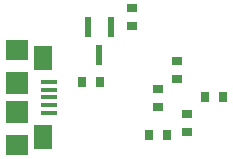
<source format=gbp>
G04*
G04 #@! TF.GenerationSoftware,Altium Limited,Altium Designer,22.4.2 (48)*
G04*
G04 Layer_Color=128*
%FSLAX26Y26*%
%MOIN*%
G70*
G04*
G04 #@! TF.SameCoordinates,6CEC26E3-1FB6-4E6F-AFBB-73261986176E*
G04*
G04*
G04 #@! TF.FilePolarity,Positive*
G04*
G01*
G75*
%ADD14R,0.031496X0.037402*%
%ADD15R,0.037402X0.031496*%
%ADD36R,0.023622X0.070866*%
%ADD37R,0.074803X0.070866*%
%ADD38R,0.053150X0.015748*%
%ADD39R,0.062992X0.082677*%
%ADD40R,0.074803X0.074803*%
D14*
X275591Y602362D02*
D03*
X334646D02*
D03*
X746063Y551181D02*
D03*
X687008D02*
D03*
X558071Y425197D02*
D03*
X499016D02*
D03*
D15*
X442913Y847441D02*
D03*
Y788386D02*
D03*
X593504Y612205D02*
D03*
Y671260D02*
D03*
X527559Y519685D02*
D03*
Y578740D02*
D03*
X625000Y435039D02*
D03*
Y494094D02*
D03*
D36*
X296260Y785433D02*
D03*
X371063D02*
D03*
X333661Y690945D02*
D03*
D37*
X58071Y708661D02*
D03*
Y393701D02*
D03*
D38*
X164370Y525591D02*
D03*
Y602362D02*
D03*
Y576772D02*
D03*
Y551181D02*
D03*
Y500000D02*
D03*
D39*
X146654Y683071D02*
D03*
Y419291D02*
D03*
D40*
X58071Y503937D02*
D03*
Y598425D02*
D03*
M02*

</source>
